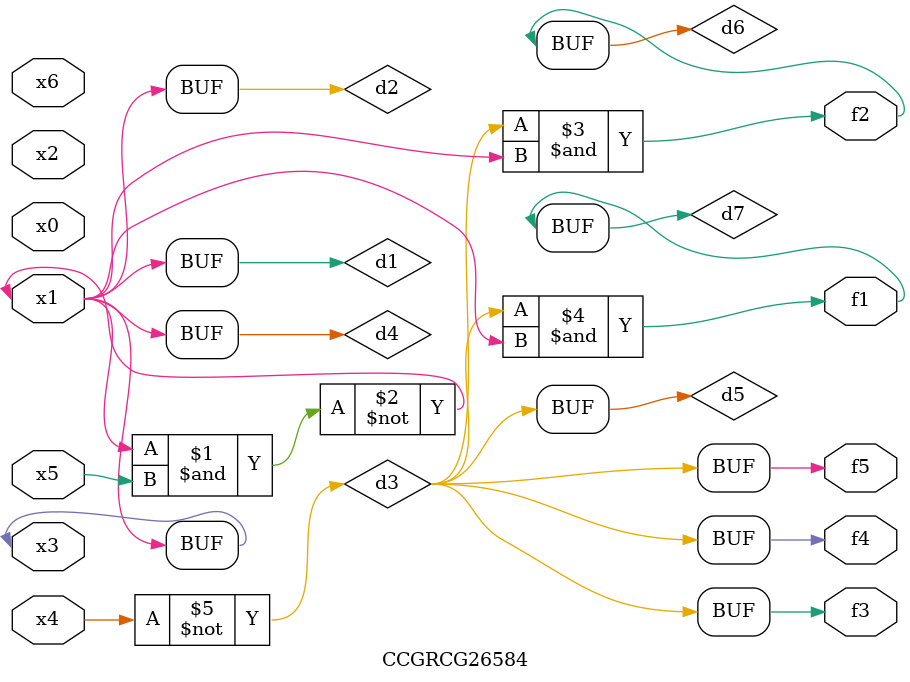
<source format=v>
module CCGRCG26584(
	input x0, x1, x2, x3, x4, x5, x6,
	output f1, f2, f3, f4, f5
);

	wire d1, d2, d3, d4, d5, d6, d7;

	buf (d1, x1, x3);
	nand (d2, x1, x5);
	not (d3, x4);
	buf (d4, d1, d2);
	buf (d5, d3);
	and (d6, d3, d4);
	and (d7, d3, d4);
	assign f1 = d7;
	assign f2 = d6;
	assign f3 = d5;
	assign f4 = d5;
	assign f5 = d5;
endmodule

</source>
